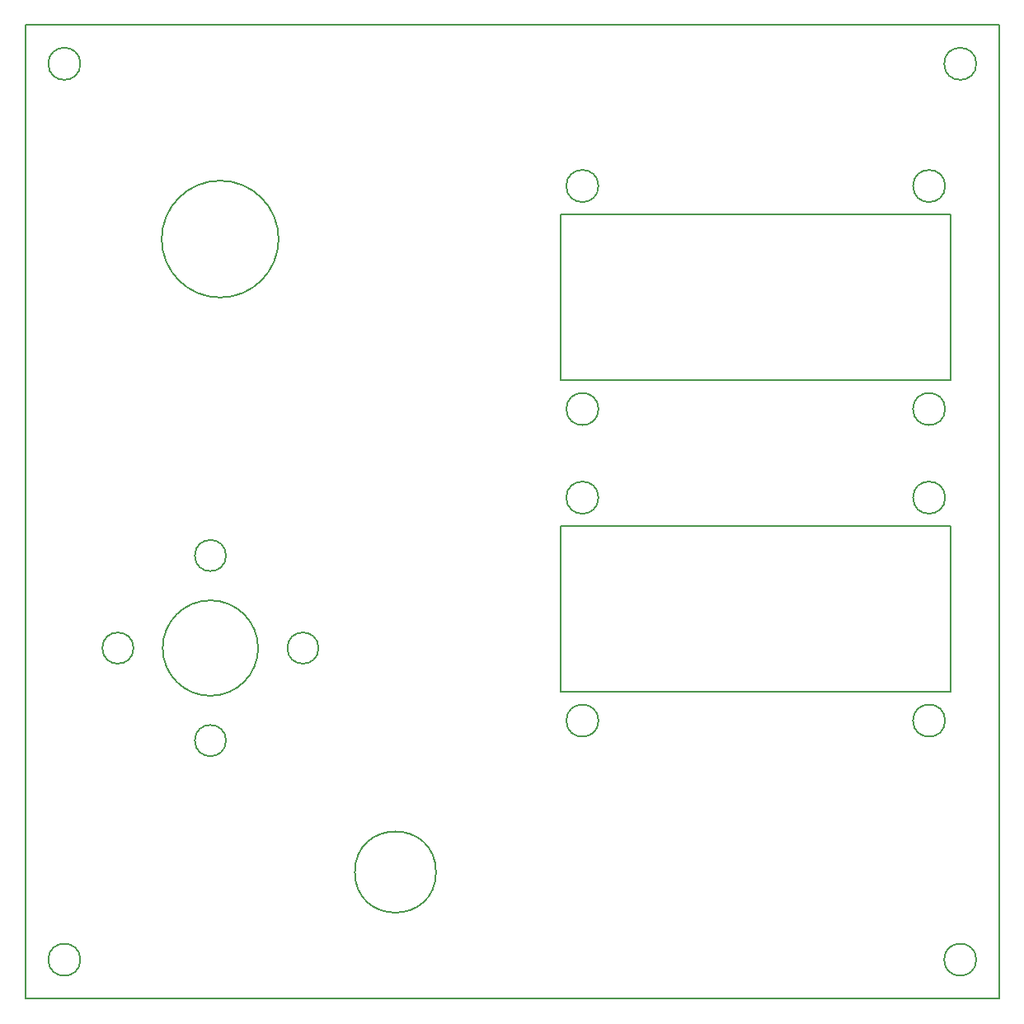
<source format=gbr>
%TF.GenerationSoftware,KiCad,Pcbnew,5.1.6-c6e7f7d~87~ubuntu18.04.1*%
%TF.CreationDate,2020-10-12T23:52:10-07:00*%
%TF.ProjectId,faceplate,66616365-706c-4617-9465-2e6b69636164,rev?*%
%TF.SameCoordinates,Original*%
%TF.FileFunction,Profile,NP*%
%FSLAX46Y46*%
G04 Gerber Fmt 4.6, Leading zero omitted, Abs format (unit mm)*
G04 Created by KiCad (PCBNEW 5.1.6-c6e7f7d~87~ubuntu18.04.1) date 2020-10-12 23:52:10*
%MOMM*%
%LPD*%
G01*
G04 APERTURE LIST*
%TA.AperFunction,Profile*%
%ADD10C,0.200000*%
%TD*%
G04 APERTURE END LIST*
D10*
X155650000Y-58000000D02*
G75*
G03*
X155650000Y-58000000I-1650000J0D01*
G01*
X152450000Y-93450001D02*
G75*
G03*
X152450000Y-93450001I-1650000J0D01*
G01*
X81900000Y-118000000D02*
G75*
G03*
X81900000Y-118000000I-4900000J0D01*
G01*
X116850000Y-93450001D02*
G75*
G03*
X116850000Y-93450001I-1650000J0D01*
G01*
X113000000Y-90500001D02*
X113000000Y-73500001D01*
X100165600Y-141000000D02*
G75*
G03*
X100165600Y-141000000I-4165600J0D01*
G01*
X78600000Y-127500000D02*
G75*
G03*
X78600000Y-127500000I-1600000J0D01*
G01*
X158000000Y-54000000D02*
X158000000Y-154000000D01*
X116850000Y-70550001D02*
G75*
G03*
X116850000Y-70550001I-1650000J0D01*
G01*
X116849999Y-102550001D02*
G75*
G03*
X116849999Y-102550001I-1650000J0D01*
G01*
X63650000Y-150000000D02*
G75*
G03*
X63650000Y-150000000I-1650000J0D01*
G01*
X153000000Y-105500000D02*
X153000000Y-122500000D01*
X88100000Y-118000000D02*
G75*
G03*
X88100000Y-118000000I-1600000J0D01*
G01*
X113000000Y-73500001D02*
X153000000Y-73500001D01*
X112999999Y-122500000D02*
X113000000Y-105500000D01*
X152450000Y-70550001D02*
G75*
G03*
X152450000Y-70550001I-1650000J0D01*
G01*
X63650001Y-58000001D02*
G75*
G03*
X63650001Y-58000001I-1650000J0D01*
G01*
X78600000Y-108500000D02*
G75*
G03*
X78600000Y-108500000I-1600000J0D01*
G01*
X58000000Y-154000000D02*
X58000000Y-54000001D01*
X58000000Y-54000001D02*
X158000000Y-54000000D01*
X84000000Y-76000000D02*
G75*
G03*
X84000000Y-76000000I-6000000J0D01*
G01*
X69100000Y-118000000D02*
G75*
G03*
X69100000Y-118000000I-1600000J0D01*
G01*
X116850000Y-125450000D02*
G75*
G03*
X116850000Y-125450000I-1650000J0D01*
G01*
X158000000Y-154000000D02*
X58000000Y-154000000D01*
X113000000Y-105500000D02*
X153000000Y-105500000D01*
X155650000Y-150000000D02*
G75*
G03*
X155650000Y-150000000I-1650000J0D01*
G01*
X153000000Y-73500001D02*
X153000000Y-90500001D01*
X153000000Y-122500000D02*
X112999999Y-122500000D01*
X153000000Y-90500001D02*
X113000000Y-90500001D01*
X152449999Y-102550001D02*
G75*
G03*
X152449999Y-102550001I-1649999J0D01*
G01*
X152449999Y-125450000D02*
G75*
G03*
X152449999Y-125450000I-1649999J0D01*
G01*
M02*

</source>
